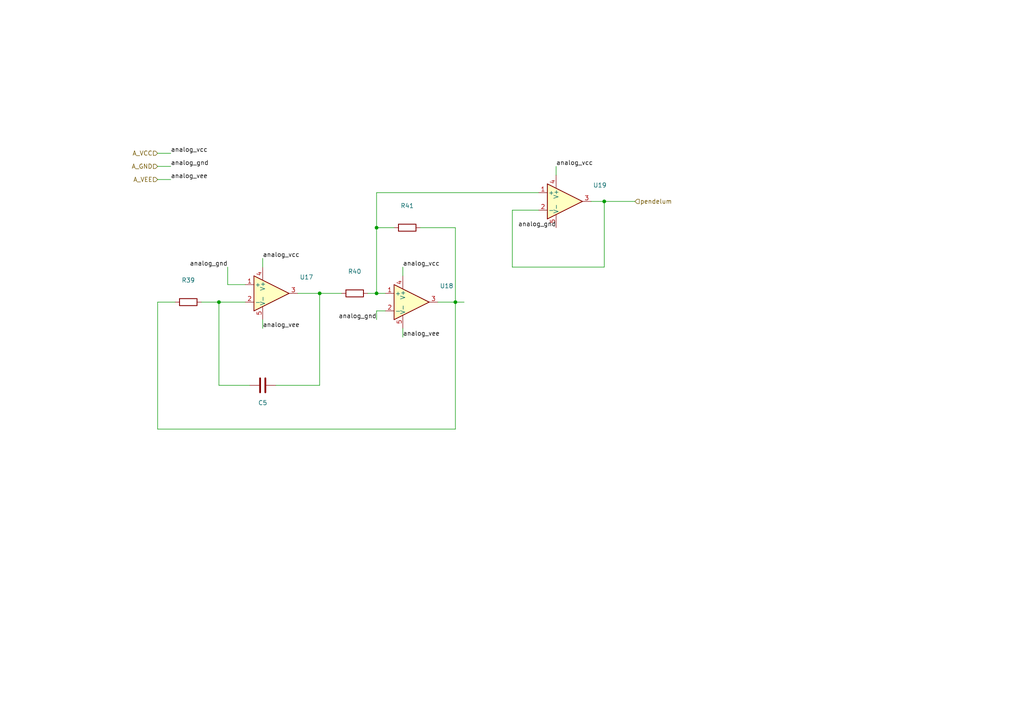
<source format=kicad_sch>
(kicad_sch (version 20211123) (generator eeschema)
  (paper "A4")
  (lib_symbols
    (symbol "Device:C" (pin_numbers hide) (pin_names (offset 0.254))
      (property "Reference" "C" (at 0.635 2.54 0))
      (property "Value" "C" (at 0.635 -2.54 0))
      (symbol "C_0_1"
        (polyline (pts (xy -2.032 -0.762) (xy 2.032 -0.762)) (stroke (width 0.508)))
        (polyline (pts (xy -2.032 0.762) (xy 2.032 0.762)) (stroke (width 0.508)))
      )
      (symbol "C_1_1"
        (pin passive line (at 0 3.81 270) (length 2.794) (name "~") (number "1"))
        (pin passive line (at 0 -3.81 90) (length 2.794) (name "~") (number "2"))
      )
    )
    (symbol "Device:R" (pin_numbers hide) (pin_names (offset 0))
      (property "Reference" "R" (at 2.032 0 90))
      (property "Value" "R" (at 0 0 90))
      (symbol "R_0_1"
        (rectangle (start -1.016 -2.54) (end 1.016 2.54) (stroke (width 0.254)))
      )
      (symbol "R_1_1"
        (pin passive line (at 0 3.81 270) (length 1.27) (name "~") (number "1"))
        (pin passive line (at 0 -3.81 90) (length 1.27) (name "~") (number "2"))
      )
    )
    (symbol "Simulation_SPICE:OPAMP" (pin_names (offset 0.254))
      (property "Reference" "U" (at 3.81 3.175 0))
      (property "Value" "OPAMP" (at 3.81 -3.175 0))
      (symbol "OPAMP_0_1"
        (polyline (pts (xy 5.08 0) (xy -5.08 5.08) (xy -5.08 -5.08) (xy 5.08 0)) (stroke (width 0.254)) (fill (type background)))
      )
      (symbol "OPAMP_1_1"
        (pin input line (at -7.62 2.54 0) (length 2.54) (name "+") (number "1"))
        (pin input line (at -7.62 -2.54 0) (length 2.54) (name "-") (number "2"))
        (pin output line (at 7.62 0 180) (length 2.54) (name "~") (number "3"))
        (pin power_in line (at -2.54 7.62 270) (length 3.81) (name "V+") (number "4"))
        (pin power_in line (at -2.54 -7.62 90) (length 3.81) (name "V-") (number "5"))
      )
    )
  )
  (junction (at 175.26 58.42))
  (junction (at 109.22 85.09))
  (junction (at 132.08 87.63))
  (junction (at 109.22 66.04))
  (junction (at 92.71 85.09))
  (junction (at 63.5 87.63))
  (wire (pts (xy 45.72 48.26) (xy 49.53 48.26)))
  (wire (pts (xy 92.71 111.76) (xy 92.71 85.09)))
  (wire (pts (xy 109.22 90.17) (xy 111.76 90.17)))
  (wire (pts (xy 50.8 87.63) (xy 45.72 87.63)))
  (wire (pts (xy 63.5 111.76) (xy 63.5 87.63)))
  (wire (pts (xy 71.12 82.55) (xy 66.04 82.55)))
  (wire (pts (xy 92.71 85.09) (xy 99.06 85.09)))
  (wire (pts (xy 58.42 87.63) (xy 63.5 87.63)))
  (wire (pts (xy 161.29 48.26) (xy 161.29 50.8)))
  (wire (pts (xy 175.26 58.42) (xy 171.45 58.42)))
  (wire (pts (xy 109.22 55.88) (xy 109.22 66.04)))
  (wire (pts (xy 127 87.63) (xy 132.08 87.63)))
  (wire (pts (xy 76.2 74.93) (xy 76.2 77.47)))
  (wire (pts (xy 132.08 87.63) (xy 134.62 87.63)))
  (wire (pts (xy 72.39 111.76) (xy 63.5 111.76)))
  (wire (pts (xy 109.22 55.88) (xy 156.21 55.88)))
  (wire (pts (xy 114.3 66.04) (xy 109.22 66.04)))
  (wire (pts (xy 45.72 52.07) (xy 49.53 52.07)))
  (wire (pts (xy 148.59 60.96) (xy 148.59 77.47)))
  (wire (pts (xy 86.36 85.09) (xy 92.71 85.09)))
  (wire (pts (xy 148.59 77.47) (xy 175.26 77.47)))
  (wire (pts (xy 175.26 58.42) (xy 184.15 58.42)))
  (wire (pts (xy 116.84 95.25) (xy 116.84 97.79)))
  (wire (pts (xy 66.04 77.47) (xy 66.04 82.55)))
  (wire (pts (xy 132.08 124.46) (xy 45.72 124.46)))
  (wire (pts (xy 45.72 124.46) (xy 45.72 87.63)))
  (wire (pts (xy 156.21 60.96) (xy 148.59 60.96)))
  (wire (pts (xy 109.22 92.71) (xy 109.22 90.17)))
  (wire (pts (xy 175.26 77.47) (xy 175.26 58.42)))
  (wire (pts (xy 132.08 87.63) (xy 132.08 66.04)))
  (wire (pts (xy 132.08 87.63) (xy 132.08 124.46)))
  (wire (pts (xy 76.2 92.71) (xy 76.2 95.25)))
  (wire (pts (xy 63.5 87.63) (xy 71.12 87.63)))
  (wire (pts (xy 106.68 85.09) (xy 109.22 85.09)))
  (wire (pts (xy 109.22 66.04) (xy 109.22 85.09)))
  (wire (pts (xy 109.22 85.09) (xy 111.76 85.09)))
  (wire (pts (xy 80.01 111.76) (xy 92.71 111.76)))
  (wire (pts (xy 45.72 44.45) (xy 49.53 44.45)))
  (wire (pts (xy 116.84 77.47) (xy 116.84 80.01)))
  (wire (pts (xy 132.08 66.04) (xy 121.92 66.04)))
  (label "analog_vee" (at 116.84 97.79 0))
  (label "analog_vcc" (at 76.2 74.93 0))
  (label "analog_vee" (at 76.2 95.25 0))
  (label "analog_vcc" (at 49.53 44.45 0))
  (label "analog_vcc" (at 116.84 77.47 0))
  (label "analog_gnd" (at 49.53 48.26 0))
  (label "analog_gnd" (at 109.22 92.71 180))
  (label "analog_vcc" (at 161.29 48.26 0))
  (label "analog_gnd" (at 161.29 66.04 180))
  (label "analog_gnd" (at 66.04 77.47 180))
  (label "analog_vee" (at 49.53 52.07 0))
  (hierarchical_label "A_GND" (shape input) (at 45.72 48.26 180))
  (hierarchical_label "pendelum" (shape input) (at 184.15 58.42 0))
  (hierarchical_label "A_VCC" (shape input) (at 45.72 44.45 180))
  (hierarchical_label "A_VEE" (shape input) (at 45.72 52.07 180))
  (symbol (lib_id "Simulation_SPICE:OPAMP") (at 163.83 58.42 0) (unit 1)
    (property "Reference" "U19" (at 173.99 53.721 0))
    (property "Spice_Netlist_Enabled" "Y" (effects hide))
    (property "Spice_Primitive" "X" (effects hide))
    (property "Spice_Model" "AD8031" (effects hide))
    (property "Spice_Lib_File" "/home/pab/Inventions/analog-circuit-game-console/ms-circuit-video-games/spice-models/ad8031.mod" (effects hide))
    (property "Spice_Node_Sequence" "1 2 4 5 3" (effects hide))
  )
  (symbol (lib_id "Device:R") (at 54.61 87.63 90) (unit 1)
    (property "Reference" "R39" (at 54.61 81.28 90))
  )
  (symbol (lib_id "Device:R") (at 102.87 85.09 90) (unit 1)
    (property "Reference" "R40" (at 102.87 78.74 90))
  )
  (symbol (lib_id "Simulation_SPICE:OPAMP") (at 78.74 85.09 0) (unit 1)
    (property "Reference" "U17" (at 88.9 80.391 0))
    (property "Spice_Netlist_Enabled" "Y" (effects hide))
    (property "Spice_Primitive" "X" (effects hide))
    (property "Spice_Model" "AD8031" (effects hide))
    (property "Spice_Lib_File" "/home/pab/Inventions/analog-circuit-game-console/ms-circuit-video-games/spice-models/ad8031.mod" (effects hide))
    (property "Spice_Node_Sequence" "1 2 4 5 3" (effects hide))
  )
  (symbol (lib_id "Device:C") (at 76.2 111.76 90) (unit 1)
    (property "Reference" "C5" (at 76.2 116.84 90))
  )
  (symbol (lib_id "Device:R") (at 118.11 66.04 90) (unit 1)
    (property "Reference" "R41" (at 118.11 59.69 90))
  )
  (symbol (lib_id "Simulation_SPICE:OPAMP") (at 119.38 87.63 0) (unit 1)
    (property "Reference" "U18" (at 129.54 82.931 0))
    (property "Spice_Netlist_Enabled" "Y" (effects hide))
    (property "Spice_Primitive" "X" (effects hide))
    (property "Spice_Model" "AD8031" (effects hide))
    (property "Spice_Lib_File" "/home/pab/Inventions/analog-circuit-game-console/ms-circuit-video-games/spice-models/ad8031.mod" (effects hide))
    (property "Spice_Node_Sequence" "1 2 4 5 3" (effects hide))
  )
)
</source>
